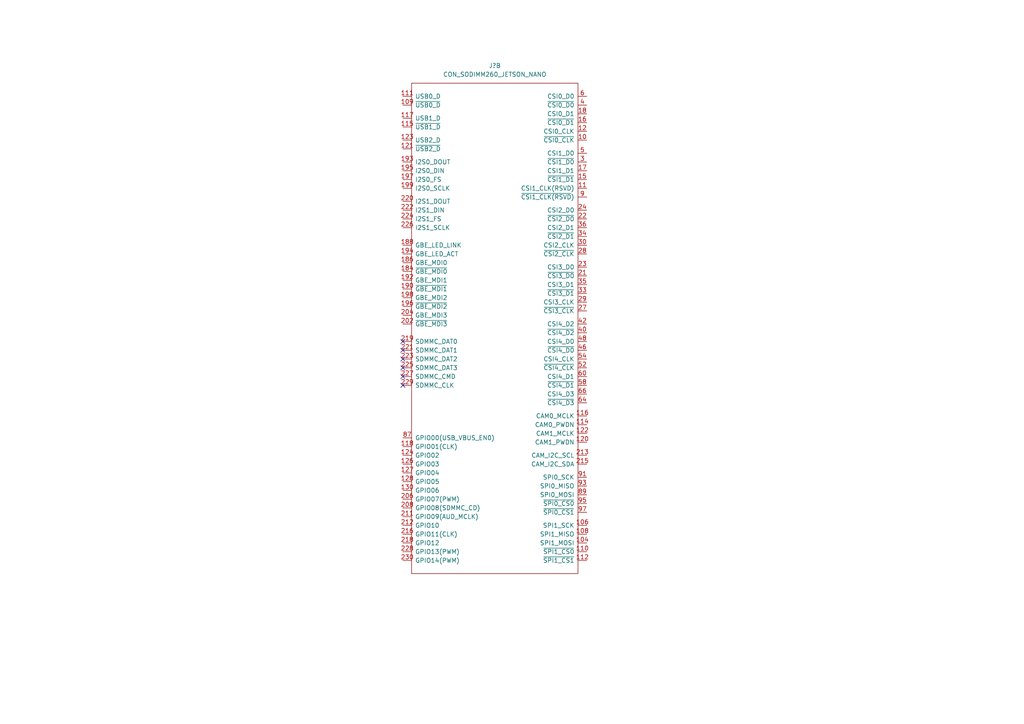
<source format=kicad_sch>
(kicad_sch (version 20211123) (generator eeschema)
  (paper "A4")
  (lib_symbols
    (symbol "SODIMM_Connector:CON_SODIMM260_JETSON_NANO" (pin_names (offset 1.016))
      (property "Reference" "J" (at 0 59.69 0))
      (property "Value" "CON_SODIMM260_JETSON_NANO" (at 0 55.88 0))
      (symbol "CON_SODIMM260_JETSON_NANO_1_1"
        (rectangle (start -20.32 73.66) (end 20.32 -76.2) (fill (type background)))
        (pin power_in line (at -22.86 41.91 0) (length 2.54) (name "GND") (number "1"))
        (pin input line (at 22.86 44.45 180) (length 2.54) (name "UART0_RXD") (number "101"))
        (pin input line (at 22.86 39.37 180) (length 2.54) (name "~{UART0_CTS}") (number "101"))
        (pin power_in line (at -22.86 -34.29 0) (length 2.54) (name "GND") (number "102"))
        (pin power_in line (at -22.86 -36.83 0) (length 2.54) (name "GND") (number "107"))
        (pin power_in line (at -22.86 -39.37 0) (length 2.54) (name "GND") (number "113"))
        (pin power_in line (at -22.86 -41.91 0) (length 2.54) (name "GND") (number "119"))
        (pin power_in line (at -22.86 -44.45 0) (length 2.54) (name "GND") (number "125"))
        (pin power_in line (at -22.86 -46.99 0) (length 2.54) (name "GND") (number "129"))
        (pin power_in line (at -22.86 31.75 0) (length 2.54) (name "GND") (number "13"))
        (pin power_in line (at -22.86 -49.53 0) (length 2.54) (name "GND") (number "132"))
        (pin power_in line (at -22.86 -52.07 0) (length 2.54) (name "GND") (number "135"))
        (pin power_in line (at -22.86 -54.61 0) (length 2.54) (name "GND") (number "138"))
        (pin power_in line (at -22.86 29.21 0) (length 2.54) (name "GND") (number "14"))
        (pin power_in line (at -22.86 -57.15 0) (length 2.54) (name "GND") (number "141"))
        (pin input line (at 22.86 12.7 180) (length 2.54) (name "(CAN_RX)_RSVD") (number "143"))
        (pin power_in line (at -22.86 -59.69 0) (length 2.54) (name "GND") (number "144"))
        (pin output line (at 22.86 10.16 180) (length 2.54) (name "(CAN_TX)_RSVD") (number "145"))
        (pin power_in line (at -22.86 -62.23 0) (length 2.54) (name "GND") (number "146"))
        (pin power_in line (at -22.86 -64.77 0) (length 2.54) (name "GND") (number "147"))
        (pin power_in line (at -22.86 -67.31 0) (length 2.54) (name "GND") (number "152"))
        (pin power_in line (at -22.86 -69.85 0) (length 2.54) (name "GND") (number "153"))
        (pin power_in line (at -22.86 -72.39 0) (length 2.54) (name "GND") (number "158"))
        (pin power_in line (at 22.86 -16.51 180) (length 2.54) (name "GND") (number "159"))
        (pin power_in line (at 22.86 -19.05 180) (length 2.54) (name "GND") (number "164"))
        (pin power_in line (at 22.86 -21.59 180) (length 2.54) (name "GND") (number "165"))
        (pin power_in line (at 22.86 -24.13 180) (length 2.54) (name "GND") (number "170"))
        (pin power_in line (at 22.86 -26.67 180) (length 2.54) (name "GND") (number "171"))
        (pin power_in line (at 22.86 -29.21 180) (length 2.54) (name "GND") (number "176"))
        (pin power_in line (at 22.86 -31.75 180) (length 2.54) (name "GND") (number "177"))
        (pin output line (at 22.86 5.08 180) (length 2.54) (name "~{MOD_SLEEP}") (number "178"))
        (pin bidirectional line (at 22.86 69.85 180) (length 2.54) (name "I2C0_SCL") (number "185"))
        (pin bidirectional line (at 22.86 67.31 180) (length 2.54) (name "I2C0_SDA") (number "187"))
        (pin bidirectional line (at 22.86 62.23 180) (length 2.54) (name "I2C1_SCL") (number "189"))
        (pin power_in line (at -22.86 26.67 0) (length 2.54) (name "GND") (number "19"))
        (pin bidirectional line (at 22.86 59.69 180) (length 2.54) (name "I2C1_SDA") (number "191"))
        (pin power_in line (at -22.86 39.37 0) (length 2.54) (name "GND") (number "2"))
        (pin power_in line (at -22.86 24.13 0) (length 2.54) (name "GND") (number "20"))
        (pin power_in line (at 22.86 -34.29 180) (length 2.54) (name "GND") (number "200"))
        (pin power_in line (at 22.86 -36.83 180) (length 2.54) (name "GND") (number "201"))
        (pin output line (at 22.86 34.29 180) (length 2.54) (name "UART1_TXD") (number "203"))
        (pin input line (at 22.86 31.75 180) (length 2.54) (name "UART1_RXD") (number "205"))
        (pin output line (at 22.86 29.21 180) (length 2.54) (name "~{UART1_RTS}") (number "207"))
        (pin input line (at 22.86 26.67 180) (length 2.54) (name "~{UART1_CTS}") (number "209"))
        (pin input line (at 22.86 -7.62 180) (length 2.54) (name "~{FORCE_RECOVERY}") (number "214"))
        (pin power_in line (at 22.86 -39.37 180) (length 2.54) (name "GND") (number "217"))
        (pin power_in line (at 22.86 -41.91 180) (length 2.54) (name "GND") (number "231"))
        (pin bidirectional line (at 22.86 54.61 180) (length 2.54) (name "I2C2_SCL") (number "232"))
        (pin output line (at 22.86 0 180) (length 2.54) (name "~{SHUTDOWN_REQ}") (number "233"))
        (pin bidirectional line (at 22.86 52.07 180) (length 2.54) (name "I2C2_SDA") (number "234"))
        (pin input line (at 22.86 -2.54 180) (length 2.54) (name "PMIC_BBAT") (number "235"))
        (pin output line (at 22.86 21.59 180) (length 2.54) (name "(DEBUG)_UART2_TXD") (number "236"))
        (pin input line (at 22.86 2.54 180) (length 2.54) (name "POWER_EN") (number "237"))
        (pin input line (at 22.86 19.05 180) (length 2.54) (name "(DEBUG)_UART2_RXD") (number "238"))
        (pin bidirectional line (at 22.86 -5.08 180) (length 2.54) (name "~{SYS_RESET}") (number "239"))
        (pin input line (at 22.86 -10.16 180) (length 2.54) (name "~{SLEEP/WAKE}") (number "240"))
        (pin power_in line (at 22.86 -44.45 180) (length 2.54) (name "GND") (number "241"))
        (pin power_in line (at 22.86 -46.99 180) (length 2.54) (name "GND") (number "242"))
        (pin power_in line (at 22.86 -49.53 180) (length 2.54) (name "GND") (number "243"))
        (pin power_in line (at 22.86 -52.07 180) (length 2.54) (name "GND") (number "244"))
        (pin power_in line (at 22.86 -54.61 180) (length 2.54) (name "GND") (number "245"))
        (pin power_in line (at 22.86 -57.15 180) (length 2.54) (name "GND") (number "246"))
        (pin power_in line (at 22.86 -59.69 180) (length 2.54) (name "GND") (number "247"))
        (pin power_in line (at 22.86 -62.23 180) (length 2.54) (name "GND") (number "248"))
        (pin power_in line (at 22.86 -64.77 180) (length 2.54) (name "GND") (number "249"))
        (pin power_in line (at -22.86 21.59 0) (length 2.54) (name "GND") (number "25"))
        (pin power_in line (at 22.86 -67.31 180) (length 2.54) (name "GND") (number "250"))
        (pin power_in line (at -22.86 69.85 0) (length 2.54) (name "VDD_IN") (number "251"))
        (pin power_in line (at -22.86 67.31 0) (length 2.54) (name "VDD_IN") (number "252"))
        (pin power_in line (at -22.86 64.77 0) (length 2.54) (name "VDD_IN") (number "253"))
        (pin power_in line (at -22.86 62.23 0) (length 2.54) (name "VDD_IN") (number "254"))
        (pin power_in line (at -22.86 59.69 0) (length 2.54) (name "VDD_IN") (number "255"))
        (pin power_in line (at -22.86 57.15 0) (length 2.54) (name "VDD_IN") (number "256"))
        (pin power_in line (at -22.86 54.61 0) (length 2.54) (name "VDD_IN") (number "257"))
        (pin power_in line (at -22.86 52.07 0) (length 2.54) (name "VDD_IN") (number "258"))
        (pin power_in line (at -22.86 49.53 0) (length 2.54) (name "VDD_IN") (number "259"))
        (pin power_in line (at -22.86 19.05 0) (length 2.54) (name "GND") (number "26"))
        (pin power_in line (at -22.86 46.99 0) (length 2.54) (name "VDD_IN") (number "260"))
        (pin power_in line (at 22.86 -69.85 180) (length 2.54) (name "GND") (number "261"))
        (pin power_in line (at 22.86 -72.39 180) (length 2.54) (name "GND") (number "262"))
        (pin power_in line (at -22.86 16.51 0) (length 2.54) (name "GND") (number "31"))
        (pin power_in line (at -22.86 13.97 0) (length 2.54) (name "GND") (number "32"))
        (pin power_in line (at -22.86 11.43 0) (length 2.54) (name "GND") (number "37"))
        (pin power_in line (at -22.86 8.89 0) (length 2.54) (name "GND") (number "38"))
        (pin power_in line (at -22.86 6.35 0) (length 2.54) (name "GND") (number "43"))
        (pin power_in line (at -22.86 3.81 0) (length 2.54) (name "GND") (number "44"))
        (pin power_in line (at -22.86 1.27 0) (length 2.54) (name "GND") (number "49"))
        (pin power_in line (at -22.86 -1.27 0) (length 2.54) (name "GND") (number "50"))
        (pin power_in line (at -22.86 -3.81 0) (length 2.54) (name "GND") (number "55"))
        (pin power_in line (at -22.86 -6.35 0) (length 2.54) (name "GND") (number "56"))
        (pin power_in line (at -22.86 -8.89 0) (length 2.54) (name "GND") (number "61"))
        (pin power_in line (at -22.86 -11.43 0) (length 2.54) (name "GND") (number "62"))
        (pin power_in line (at -22.86 -13.97 0) (length 2.54) (name "GND") (number "67"))
        (pin power_in line (at -22.86 -16.51 0) (length 2.54) (name "GND") (number "68"))
        (pin power_in line (at -22.86 36.83 0) (length 2.54) (name "GND") (number "7"))
        (pin power_in line (at -22.86 -19.05 0) (length 2.54) (name "GND") (number "73"))
        (pin power_in line (at -22.86 -21.59 0) (length 2.54) (name "GND") (number "74"))
        (pin power_in line (at -22.86 -24.13 0) (length 2.54) (name "GND") (number "79"))
        (pin power_in line (at -22.86 34.29 0) (length 2.54) (name "GND") (number "8"))
        (pin power_in line (at -22.86 -26.67 0) (length 2.54) (name "GND") (number "80"))
        (pin power_in line (at -22.86 -29.21 0) (length 2.54) (name "GND") (number "85"))
        (pin power_in line (at -22.86 -31.75 0) (length 2.54) (name "GND") (number "86"))
        (pin output line (at 22.86 46.99 180) (length 2.54) (name "UART0_TXD") (number "99"))
        (pin output line (at 22.86 41.91 180) (length 2.54) (name "~{UART0_RTS}") (number "99"))
      )
      (symbol "CON_SODIMM260_JETSON_NANO_2_1"
        (rectangle (start -24.13 71.12) (end 24.13 -71.12))
        (pin bidirectional line (at 26.67 54.61 180) (length 2.54) (name "~{CSI0_CLK}") (number "10"))
        (pin bidirectional line (at 26.67 -62.23 180) (length 2.54) (name "SPI1_MOSI") (number "104"))
        (pin bidirectional line (at 26.67 -57.15 180) (length 2.54) (name "SPI1_SCK") (number "106"))
        (pin bidirectional line (at 26.67 -59.69 180) (length 2.54) (name "SPI1_MISO") (number "108"))
        (pin bidirectional line (at -26.67 64.77 0) (length 2.54) (name "~{USB0_D}") (number "109"))
        (pin bidirectional line (at 26.67 40.64 180) (length 2.54) (name "CSI1_CLK(RSVD)") (number "11"))
        (pin bidirectional line (at 26.67 -64.77 180) (length 2.54) (name "~{SPI1_CS0}") (number "110"))
        (pin bidirectional line (at -26.67 67.31 0) (length 2.54) (name "USB0_D") (number "111"))
        (pin bidirectional line (at 26.67 -67.31 180) (length 2.54) (name "~{SPI1_CS1}") (number "112"))
        (pin bidirectional line (at 26.67 -27.94 180) (length 2.54) (name "CAM0_PWDN") (number "114"))
        (pin bidirectional line (at -26.67 58.42 0) (length 2.54) (name "~{USB1_D}") (number "115"))
        (pin bidirectional line (at 26.67 -25.4 180) (length 2.54) (name "CAM0_MCLK") (number "116"))
        (pin bidirectional line (at -26.67 60.96 0) (length 2.54) (name "USB1_D") (number "117"))
        (pin output line (at -26.67 -34.29 0) (length 2.54) (name "GPIO01(CLK)") (number "118"))
        (pin bidirectional line (at 26.67 57.15 180) (length 2.54) (name "CSI0_CLK") (number "12"))
        (pin bidirectional line (at 26.67 -33.02 180) (length 2.54) (name "CAM1_PWDN") (number "120"))
        (pin bidirectional line (at -26.67 52.07 0) (length 2.54) (name "~{USB2_D}") (number "121"))
        (pin bidirectional line (at 26.67 -30.48 180) (length 2.54) (name "CAM1_MCLK") (number "122"))
        (pin bidirectional line (at -26.67 54.61 0) (length 2.54) (name "USB2_D") (number "123"))
        (pin bidirectional line (at -26.67 -36.83 0) (length 2.54) (name "GPIO02") (number "124"))
        (pin bidirectional line (at -26.67 -39.37 0) (length 2.54) (name "GPIO03") (number "126"))
        (pin bidirectional line (at -26.67 -41.91 0) (length 2.54) (name "GPIO04") (number "127"))
        (pin bidirectional line (at -26.67 -44.45 0) (length 2.54) (name "GPIO05") (number "128"))
        (pin bidirectional line (at -26.67 -46.99 0) (length 2.54) (name "GPIO06") (number "130"))
        (pin bidirectional line (at 26.67 43.18 180) (length 2.54) (name "~{CSI1_D1}") (number "15"))
        (pin bidirectional line (at 26.67 59.69 180) (length 2.54) (name "~{CSI0_D1}") (number "16"))
        (pin bidirectional line (at 26.67 45.72 180) (length 2.54) (name "CSI1_D1") (number "17"))
        (pin bidirectional line (at 26.67 62.23 180) (length 2.54) (name "CSI0_D1") (number "18"))
        (pin bidirectional line (at -26.67 16.51 0) (length 2.54) (name "~{GBE_MDI0}") (number "184"))
        (pin bidirectional line (at -26.67 19.05 0) (length 2.54) (name "GBE_MDI0") (number "186"))
        (pin output line (at -26.67 24.13 0) (length 2.54) (name "GBE_LED_LINK") (number "188"))
        (pin bidirectional line (at -26.67 11.43 0) (length 2.54) (name "~{GBE_MDI1}") (number "190"))
        (pin bidirectional line (at -26.67 13.97 0) (length 2.54) (name "GBE_MDI1") (number "192"))
        (pin output line (at -26.67 48.26 0) (length 2.54) (name "I2S0_DOUT") (number "193"))
        (pin output line (at -26.67 21.59 0) (length 2.54) (name "GBE_LED_ACT") (number "194"))
        (pin input line (at -26.67 45.72 0) (length 2.54) (name "I2S0_DIN") (number "195"))
        (pin bidirectional line (at -26.67 6.35 0) (length 2.54) (name "~{GBE_MDI2}") (number "196"))
        (pin bidirectional line (at -26.67 43.18 0) (length 2.54) (name "I2S0_FS") (number "197"))
        (pin bidirectional line (at -26.67 8.89 0) (length 2.54) (name "GBE_MDI2") (number "198"))
        (pin bidirectional line (at -26.67 40.64 0) (length 2.54) (name "I2S0_SCLK") (number "199"))
        (pin bidirectional line (at -26.67 1.27 0) (length 2.54) (name "~{GBE_MDI3}") (number "202"))
        (pin bidirectional line (at -26.67 3.81 0) (length 2.54) (name "GBE_MDI3") (number "204"))
        (pin bidirectional line (at -26.67 -49.53 0) (length 2.54) (name "GPIO07(PWM)") (number "206"))
        (pin bidirectional line (at -26.67 -52.07 0) (length 2.54) (name "GPIO08(SDMMC_CD)") (number "208"))
        (pin bidirectional line (at 26.67 15.24 180) (length 2.54) (name "~{CSI3_D0}") (number "21"))
        (pin bidirectional line (at -26.67 -54.61 0) (length 2.54) (name "GPIO09(AUD_MCLK)") (number "211"))
        (pin bidirectional line (at -26.67 -57.15 0) (length 2.54) (name "GPIO10") (number "212"))
        (pin bidirectional line (at 26.67 -36.83 180) (length 2.54) (name "CAM_I2C_SCL") (number "213"))
        (pin bidirectional line (at 26.67 -39.37 180) (length 2.54) (name "CAM_I2C_SDA") (number "215"))
        (pin bidirectional line (at -26.67 -59.69 0) (length 2.54) (name "GPIO11(CLK)") (number "216"))
        (pin bidirectional line (at -26.67 -62.23 0) (length 2.54) (name "GPIO12") (number "218"))
        (pin bidirectional line (at -26.67 -3.81 0) (length 2.54) (name "SDMMC_DAT0") (number "219"))
        (pin bidirectional line (at 26.67 31.75 180) (length 2.54) (name "~{CSI2_D0}") (number "22"))
        (pin output line (at -26.67 36.83 0) (length 2.54) (name "I2S1_DOUT") (number "220"))
        (pin bidirectional line (at -26.67 -6.35 0) (length 2.54) (name "SDMMC_DAT1") (number "221"))
        (pin input line (at -26.67 34.29 0) (length 2.54) (name "I2S1_DIN") (number "222"))
        (pin bidirectional line (at -26.67 -8.89 0) (length 2.54) (name "SDMMC_DAT2") (number "223"))
        (pin bidirectional line (at -26.67 31.75 0) (length 2.54) (name "I2S1_FS") (number "224"))
        (pin bidirectional line (at -26.67 -11.43 0) (length 2.54) (name "SDMMC_DAT3") (number "225"))
        (pin bidirectional line (at -26.67 29.21 0) (length 2.54) (name "I2S1_SCLK") (number "226"))
        (pin bidirectional line (at -26.67 -13.97 0) (length 2.54) (name "SDMMC_CMD") (number "227"))
        (pin bidirectional line (at -26.67 -64.77 0) (length 2.54) (name "GPIO13(PWM)") (number "228"))
        (pin bidirectional line (at -26.67 -16.51 0) (length 2.54) (name "SDMMC_CLK") (number "229"))
        (pin bidirectional line (at 26.67 17.78 180) (length 2.54) (name "CSI3_D0") (number "23"))
        (pin bidirectional line (at -26.67 -67.31 0) (length 2.54) (name "GPIO14(PWM)") (number "230"))
        (pin bidirectional line (at 26.67 34.29 180) (length 2.54) (name "CSI2_D0") (number "24"))
        (pin bidirectional line (at 26.67 5.08 180) (length 2.54) (name "~{CSI3_CLK}") (number "27"))
        (pin bidirectional line (at 26.67 21.59 180) (length 2.54) (name "~{CSI2_CLK}") (number "28"))
        (pin bidirectional line (at 26.67 7.62 180) (length 2.54) (name "CSI3_CLK") (number "29"))
        (pin bidirectional line (at 26.67 48.26 180) (length 2.54) (name "~{CSI1_D0}") (number "3"))
        (pin bidirectional line (at 26.67 24.13 180) (length 2.54) (name "CSI2_CLK") (number "30"))
        (pin bidirectional line (at 26.67 10.16 180) (length 2.54) (name "~{CSI3_D1}") (number "33"))
        (pin bidirectional line (at 26.67 26.67 180) (length 2.54) (name "~{CSI2_D1}") (number "34"))
        (pin bidirectional line (at 26.67 12.7 180) (length 2.54) (name "CSI3_D1") (number "35"))
        (pin bidirectional line (at 26.67 29.21 180) (length 2.54) (name "CSI2_D1") (number "36"))
        (pin bidirectional line (at 26.67 64.77 180) (length 2.54) (name "~{CSI0_D0}") (number "4"))
        (pin bidirectional line (at 26.67 -1.27 180) (length 2.54) (name "~{CSI4_D2}") (number "40"))
        (pin bidirectional line (at 26.67 1.27 180) (length 2.54) (name "CSI4_D2") (number "42"))
        (pin bidirectional line (at 26.67 -6.35 180) (length 2.54) (name "~{CSI4_D0}") (number "46"))
        (pin bidirectional line (at 26.67 -3.81 180) (length 2.54) (name "CSI4_D0") (number "48"))
        (pin bidirectional line (at 26.67 50.8 180) (length 2.54) (name "CSI1_D0") (number "5"))
        (pin bidirectional line (at 26.67 -11.43 180) (length 2.54) (name "~{CSI4_CLK}") (number "52"))
        (pin bidirectional line (at 26.67 -8.89 180) (length 2.54) (name "CSI4_CLK") (number "54"))
        (pin bidirectional line (at 26.67 -16.51 180) (length 2.54) (name "~{CSI4_D1}") (number "58"))
        (pin bidirectional line (at 26.67 67.31 180) (length 2.54) (name "CSI0_D0") (number "6"))
        (pin bidirectional line (at 26.67 -13.97 180) (length 2.54) (name "CSI4_D1") (number "60"))
        (pin bidirectional line (at 26.67 -21.59 180) (length 2.54) (name "~{CSI4_D3}") (number "64"))
        (pin bidirectional line (at 26.67 -19.05 180) (length 2.54) (name "CSI4_D3") (number "66"))
        (pin output line (at -26.67 -31.75 0) (length 2.54) (name "GPIO00(USB_VBUS_EN0)") (number "87"))
        (pin bidirectional line (at 26.67 -48.26 180) (length 2.54) (name "SPI0_MOSI") (number "89"))
        (pin bidirectional line (at 26.67 38.1 180) (length 2.54) (name "~{CSI1_CLK(RSVD})") (number "9"))
        (pin bidirectional line (at 26.67 -43.18 180) (length 2.54) (name "SPI0_SCK") (number "91"))
        (pin bidirectional line (at 26.67 -45.72 180) (length 2.54) (name "SPI0_MISO") (number "93"))
        (pin bidirectional line (at 26.67 -50.8 180) (length 2.54) (name "~{SPI0_CS0}") (number "95"))
        (pin bidirectional line (at 26.67 -53.34 180) (length 2.54) (name "~{SPI0_CS1}") (number "97"))
      )
      (symbol "CON_SODIMM260_JETSON_NANO_3_1"
        (rectangle (start -31.75 53.34) (end 31.75 -52.07))
        (pin bidirectional line (at -34.29 -21.59 0) (length 2.54) (name "DP1_AUX_P(HDMI_DDC_SCL)") (number "100"))
        (pin bidirectional line (at 34.29 22.86 180) (length 2.54) (name "~{PCIE0_RX0}") (number "131"))
        (pin bidirectional line (at 34.29 25.4 180) (length 2.54) (name "PCIE0_RX0") (number "133"))
        (pin bidirectional line (at 34.29 27.94 180) (length 2.54) (name "~{PCIE0_TX0}") (number "134"))
        (pin bidirectional line (at 34.29 30.48 180) (length 2.54) (name "PCIE0_TX0") (number "136"))
        (pin bidirectional line (at 34.29 11.43 180) (length 2.54) (name "~{PCIE0_RX1}") (number "137"))
        (pin bidirectional line (at 34.29 13.97 180) (length 2.54) (name "PCIE0_RX1") (number "139"))
        (pin bidirectional line (at 34.29 16.51 180) (length 2.54) (name "~{PCIE0_TX1}") (number "140"))
        (pin bidirectional line (at 34.29 19.05 180) (length 2.54) (name "PCIE0_TX1") (number "142"))
        (pin bidirectional line (at 34.29 5.08 180) (length 2.54) (name "~{PCIE0_TX2}") (number "148"))
        (pin bidirectional line (at 34.29 0 180) (length 2.54) (name "~{PCIE0_RX2}") (number "149"))
        (pin bidirectional line (at 34.29 7.62 180) (length 2.54) (name "PCIE0_TX2") (number "150"))
        (pin bidirectional line (at 34.29 2.54 180) (length 2.54) (name "PCIE0_RX2") (number "151"))
        (pin bidirectional line (at 34.29 -6.35 180) (length 2.54) (name "~{PCIE0_TX3}") (number "154"))
        (pin bidirectional line (at 34.29 -11.43 180) (length 2.54) (name "~{PCIE0_RX3}") (number "155"))
        (pin bidirectional line (at 34.29 -3.81 180) (length 2.54) (name "PCIE0_TX3") (number "156"))
        (pin bidirectional line (at 34.29 -8.89 180) (length 2.54) (name "PCIE0_RX3") (number "157"))
        (pin bidirectional line (at 34.29 34.29 180) (length 2.54) (name "~{PCIE0_CLK}") (number "160"))
        (pin bidirectional line (at 34.29 -22.86 180) (length 2.54) (name "~{USBSS_RX}") (number "161"))
        (pin bidirectional line (at 34.29 36.83 180) (length 2.54) (name "PCIE0_CLK") (number "162"))
        (pin bidirectional line (at 34.29 -20.32 180) (length 2.54) (name "USBSS_RX") (number "163"))
        (pin bidirectional line (at 34.29 -17.78 180) (length 2.54) (name "~{USBSS_TX}") (number "166"))
        (pin bidirectional line (at 34.29 -48.26 180) (length 2.54) (name "~{(PCIE1_TX0})RSVD") (number "167"))
        (pin bidirectional line (at 34.29 -15.24 180) (length 2.54) (name "USBSS_TX") (number "168"))
        (pin bidirectional line (at 34.29 -45.72 180) (length 2.54) (name "(PCIE1_RX0)RSVD") (number "169"))
        (pin bidirectional line (at 34.29 -43.18 180) (length 2.54) (name "~{(PCIE1_TX0})RSVD") (number "172"))
        (pin bidirectional line (at 34.29 -36.83 180) (length 2.54) (name "~{(PCIE1_CLK})RSVD") (number "173"))
        (pin bidirectional line (at 34.29 -40.64 180) (length 2.54) (name "(PCIE1_TX0)RSVD") (number "174"))
        (pin bidirectional line (at 34.29 -34.29 180) (length 2.54) (name "(PCIE1_CLK)RSVD") (number "175"))
        (pin bidirectional line (at 34.29 48.26 180) (length 2.54) (name "~{PCIE_WAKE}") (number "179"))
        (pin bidirectional line (at 34.29 40.64 180) (length 2.54) (name "~{PCIE0_CLKREQ}") (number "180"))
        (pin bidirectional line (at 34.29 44.45 180) (length 2.54) (name "~{PCIE0_RST}") (number "181"))
        (pin bidirectional line (at 34.29 -30.48 180) (length 2.54) (name "~{(PCIE1_CLKREQ})RSVD") (number "182"))
        (pin bidirectional line (at 34.29 -26.67 180) (length 2.54) (name "~{(PCIE1_RST})RSVD") (number "183"))
        (pin bidirectional line (at -34.29 -48.26 0) (length 2.54) (name "CLK_32K_OUT") (number "210"))
        (pin bidirectional line (at -34.29 29.21 0) (length 2.54) (name "~{DP0_TXD0}") (number "39"))
        (pin bidirectional line (at -34.29 31.75 0) (length 2.54) (name "DP0_TXD0") (number "41"))
        (pin bidirectional line (at -34.29 24.13 0) (length 2.54) (name "~{DP0_TXD1}") (number "45"))
        (pin bidirectional line (at -34.29 26.67 0) (length 2.54) (name "DP0_TXD1") (number "47"))
        (pin bidirectional line (at -34.29 19.05 0) (length 2.54) (name "~{DP0_TXD2}") (number "51"))
        (pin bidirectional line (at -34.29 21.59 0) (length 2.54) (name "DP0_TXD2") (number "53"))
        (pin bidirectional line (at -34.29 13.97 0) (length 2.54) (name "~{DP0_TXD3}") (number "57"))
        (pin bidirectional line (at -34.29 16.51 0) (length 2.54) (name "DP0_TXD3") (number "59"))
        (pin bidirectional line (at -34.29 -2.54 0) (length 2.54) (name "~{DP1_TXD0(HDMI_TXD2})") (number "63"))
        (pin bidirectional line (at -34.29 0 0) (length 2.54) (name "DP1_TXD0(HDMI_TXD2)") (number "65"))
        (pin bidirectional line (at -34.29 -7.62 0) (length 2.54) (name "~{DP1_TXD1(HDMI_TXD1})") (number "69"))
        (pin bidirectional line (at -34.29 46.99 0) (length 2.54) (name "~{DSI_D0}") (number "70"))
        (pin bidirectional line (at -34.29 -5.08 0) (length 2.54) (name "DP1_TXD1(HDMI_TXD1)") (number "71"))
        (pin bidirectional line (at -34.29 49.53 0) (length 2.54) (name "DSI_D0") (number "72"))
        (pin bidirectional line (at -34.29 -12.7 0) (length 2.54) (name "~{DP1_TXD2(HDMI_TXD0})") (number "75"))
        (pin bidirectional line (at -34.29 36.83 0) (length 2.54) (name "~{DSI_CLK}") (number "76"))
        (pin bidirectional line (at -34.29 -10.16 0) (length 2.54) (name "DP1_TXD2(HDMI_TXD0)") (number "77"))
        (pin bidirectional line (at -34.29 39.37 0) (length 2.54) (name "DSI_CLK") (number "78"))
        (pin bidirectional line (at -34.29 -17.78 0) (length 2.54) (name "~{DP1_TXD3(HDMI_TXC})") (number "81"))
        (pin bidirectional line (at -34.29 41.91 0) (length 2.54) (name "~{DSI_D1}") (number "82"))
        (pin bidirectional line (at -34.29 -15.24 0) (length 2.54) (name "DP1_TXD3(HDMI_TXC)") (number "83"))
        (pin bidirectional line (at -34.29 44.45 0) (length 2.54) (name "DSI_D1") (number "84"))
        (pin bidirectional line (at -34.29 3.81 0) (length 2.54) (name "DP0_HPD") (number "88"))
        (pin bidirectional line (at -34.29 7.62 0) (length 2.54) (name "~{DP0_AUX}") (number "90"))
        (pin bidirectional line (at -34.29 10.16 0) (length 2.54) (name "DP0_AUX") (number "92"))
        (pin bidirectional line (at -34.29 -30.48 0) (length 2.54) (name "HDMI_CEC") (number "94"))
        (pin bidirectional line (at -34.29 -27.94 0) (length 2.54) (name "DP1_HPD(HDMI_HPD)") (number "96"))
        (pin bidirectional line (at -34.29 -24.13 0) (length 2.54) (name "~{DP1_AUX_N(HDMI_DDC_SDA})") (number "98"))
      )
    )
  )
  (no_connect (at 116.84 99.06))
  (no_connect (at 116.84 101.6))
  (no_connect (at 116.84 104.14))
  (no_connect (at 116.84 106.68))
  (no_connect (at 116.84 109.22))
  (no_connect (at 116.84 111.76))
  (symbol (lib_id "SODIMM_Connector:CON_SODIMM260_JETSON_NANO") (at 143.51 95.25 0) (unit 2)
    (property "Reference" "J?" (at 143.51 19.05 0))
    (property "Value" "CON_SODIMM260_JETSON_NANO" (at 143.51 21.59 0))
  )
)
</source>
